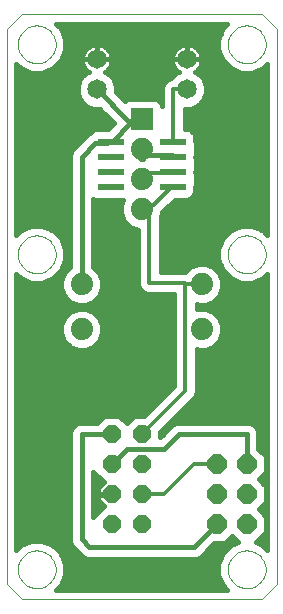
<source format=gbl>
G75*
G70*
%OFA0B0*%
%FSLAX24Y24*%
%IPPOS*%
%LPD*%
%AMOC8*
5,1,8,0,0,1.08239X$1,22.5*
%
%ADD10C,0.0000*%
%ADD11OC8,0.0600*%
%ADD12OC8,0.0640*%
%ADD13C,0.0740*%
%ADD14R,0.0870X0.0240*%
%ADD15C,0.0650*%
%ADD16R,0.0740X0.0740*%
%ADD17C,0.0150*%
%ADD18C,0.0476*%
%ADD19C,0.0120*%
D10*
X001675Y001175D02*
X001175Y001675D01*
X001175Y020175D01*
X001675Y020675D01*
X009675Y020675D01*
X010175Y020175D01*
X010175Y001675D01*
X009675Y001175D01*
X001675Y001175D01*
X001545Y002175D02*
X001547Y002225D01*
X001553Y002275D01*
X001563Y002324D01*
X001577Y002372D01*
X001594Y002419D01*
X001615Y002464D01*
X001640Y002508D01*
X001668Y002549D01*
X001700Y002588D01*
X001734Y002625D01*
X001771Y002659D01*
X001811Y002689D01*
X001853Y002716D01*
X001897Y002740D01*
X001943Y002761D01*
X001990Y002777D01*
X002038Y002790D01*
X002088Y002799D01*
X002137Y002804D01*
X002188Y002805D01*
X002238Y002802D01*
X002287Y002795D01*
X002336Y002784D01*
X002384Y002769D01*
X002430Y002751D01*
X002475Y002729D01*
X002518Y002703D01*
X002559Y002674D01*
X002598Y002642D01*
X002634Y002607D01*
X002666Y002569D01*
X002696Y002529D01*
X002723Y002486D01*
X002746Y002442D01*
X002765Y002396D01*
X002781Y002348D01*
X002793Y002299D01*
X002801Y002250D01*
X002805Y002200D01*
X002805Y002150D01*
X002801Y002100D01*
X002793Y002051D01*
X002781Y002002D01*
X002765Y001954D01*
X002746Y001908D01*
X002723Y001864D01*
X002696Y001821D01*
X002666Y001781D01*
X002634Y001743D01*
X002598Y001708D01*
X002559Y001676D01*
X002518Y001647D01*
X002475Y001621D01*
X002430Y001599D01*
X002384Y001581D01*
X002336Y001566D01*
X002287Y001555D01*
X002238Y001548D01*
X002188Y001545D01*
X002137Y001546D01*
X002088Y001551D01*
X002038Y001560D01*
X001990Y001573D01*
X001943Y001589D01*
X001897Y001610D01*
X001853Y001634D01*
X001811Y001661D01*
X001771Y001691D01*
X001734Y001725D01*
X001700Y001762D01*
X001668Y001801D01*
X001640Y001842D01*
X001615Y001886D01*
X001594Y001931D01*
X001577Y001978D01*
X001563Y002026D01*
X001553Y002075D01*
X001547Y002125D01*
X001545Y002175D01*
X001545Y012675D02*
X001547Y012725D01*
X001553Y012775D01*
X001563Y012824D01*
X001577Y012872D01*
X001594Y012919D01*
X001615Y012964D01*
X001640Y013008D01*
X001668Y013049D01*
X001700Y013088D01*
X001734Y013125D01*
X001771Y013159D01*
X001811Y013189D01*
X001853Y013216D01*
X001897Y013240D01*
X001943Y013261D01*
X001990Y013277D01*
X002038Y013290D01*
X002088Y013299D01*
X002137Y013304D01*
X002188Y013305D01*
X002238Y013302D01*
X002287Y013295D01*
X002336Y013284D01*
X002384Y013269D01*
X002430Y013251D01*
X002475Y013229D01*
X002518Y013203D01*
X002559Y013174D01*
X002598Y013142D01*
X002634Y013107D01*
X002666Y013069D01*
X002696Y013029D01*
X002723Y012986D01*
X002746Y012942D01*
X002765Y012896D01*
X002781Y012848D01*
X002793Y012799D01*
X002801Y012750D01*
X002805Y012700D01*
X002805Y012650D01*
X002801Y012600D01*
X002793Y012551D01*
X002781Y012502D01*
X002765Y012454D01*
X002746Y012408D01*
X002723Y012364D01*
X002696Y012321D01*
X002666Y012281D01*
X002634Y012243D01*
X002598Y012208D01*
X002559Y012176D01*
X002518Y012147D01*
X002475Y012121D01*
X002430Y012099D01*
X002384Y012081D01*
X002336Y012066D01*
X002287Y012055D01*
X002238Y012048D01*
X002188Y012045D01*
X002137Y012046D01*
X002088Y012051D01*
X002038Y012060D01*
X001990Y012073D01*
X001943Y012089D01*
X001897Y012110D01*
X001853Y012134D01*
X001811Y012161D01*
X001771Y012191D01*
X001734Y012225D01*
X001700Y012262D01*
X001668Y012301D01*
X001640Y012342D01*
X001615Y012386D01*
X001594Y012431D01*
X001577Y012478D01*
X001563Y012526D01*
X001553Y012575D01*
X001547Y012625D01*
X001545Y012675D01*
X001545Y019675D02*
X001547Y019725D01*
X001553Y019775D01*
X001563Y019824D01*
X001577Y019872D01*
X001594Y019919D01*
X001615Y019964D01*
X001640Y020008D01*
X001668Y020049D01*
X001700Y020088D01*
X001734Y020125D01*
X001771Y020159D01*
X001811Y020189D01*
X001853Y020216D01*
X001897Y020240D01*
X001943Y020261D01*
X001990Y020277D01*
X002038Y020290D01*
X002088Y020299D01*
X002137Y020304D01*
X002188Y020305D01*
X002238Y020302D01*
X002287Y020295D01*
X002336Y020284D01*
X002384Y020269D01*
X002430Y020251D01*
X002475Y020229D01*
X002518Y020203D01*
X002559Y020174D01*
X002598Y020142D01*
X002634Y020107D01*
X002666Y020069D01*
X002696Y020029D01*
X002723Y019986D01*
X002746Y019942D01*
X002765Y019896D01*
X002781Y019848D01*
X002793Y019799D01*
X002801Y019750D01*
X002805Y019700D01*
X002805Y019650D01*
X002801Y019600D01*
X002793Y019551D01*
X002781Y019502D01*
X002765Y019454D01*
X002746Y019408D01*
X002723Y019364D01*
X002696Y019321D01*
X002666Y019281D01*
X002634Y019243D01*
X002598Y019208D01*
X002559Y019176D01*
X002518Y019147D01*
X002475Y019121D01*
X002430Y019099D01*
X002384Y019081D01*
X002336Y019066D01*
X002287Y019055D01*
X002238Y019048D01*
X002188Y019045D01*
X002137Y019046D01*
X002088Y019051D01*
X002038Y019060D01*
X001990Y019073D01*
X001943Y019089D01*
X001897Y019110D01*
X001853Y019134D01*
X001811Y019161D01*
X001771Y019191D01*
X001734Y019225D01*
X001700Y019262D01*
X001668Y019301D01*
X001640Y019342D01*
X001615Y019386D01*
X001594Y019431D01*
X001577Y019478D01*
X001563Y019526D01*
X001553Y019575D01*
X001547Y019625D01*
X001545Y019675D01*
X008545Y019675D02*
X008547Y019725D01*
X008553Y019775D01*
X008563Y019824D01*
X008577Y019872D01*
X008594Y019919D01*
X008615Y019964D01*
X008640Y020008D01*
X008668Y020049D01*
X008700Y020088D01*
X008734Y020125D01*
X008771Y020159D01*
X008811Y020189D01*
X008853Y020216D01*
X008897Y020240D01*
X008943Y020261D01*
X008990Y020277D01*
X009038Y020290D01*
X009088Y020299D01*
X009137Y020304D01*
X009188Y020305D01*
X009238Y020302D01*
X009287Y020295D01*
X009336Y020284D01*
X009384Y020269D01*
X009430Y020251D01*
X009475Y020229D01*
X009518Y020203D01*
X009559Y020174D01*
X009598Y020142D01*
X009634Y020107D01*
X009666Y020069D01*
X009696Y020029D01*
X009723Y019986D01*
X009746Y019942D01*
X009765Y019896D01*
X009781Y019848D01*
X009793Y019799D01*
X009801Y019750D01*
X009805Y019700D01*
X009805Y019650D01*
X009801Y019600D01*
X009793Y019551D01*
X009781Y019502D01*
X009765Y019454D01*
X009746Y019408D01*
X009723Y019364D01*
X009696Y019321D01*
X009666Y019281D01*
X009634Y019243D01*
X009598Y019208D01*
X009559Y019176D01*
X009518Y019147D01*
X009475Y019121D01*
X009430Y019099D01*
X009384Y019081D01*
X009336Y019066D01*
X009287Y019055D01*
X009238Y019048D01*
X009188Y019045D01*
X009137Y019046D01*
X009088Y019051D01*
X009038Y019060D01*
X008990Y019073D01*
X008943Y019089D01*
X008897Y019110D01*
X008853Y019134D01*
X008811Y019161D01*
X008771Y019191D01*
X008734Y019225D01*
X008700Y019262D01*
X008668Y019301D01*
X008640Y019342D01*
X008615Y019386D01*
X008594Y019431D01*
X008577Y019478D01*
X008563Y019526D01*
X008553Y019575D01*
X008547Y019625D01*
X008545Y019675D01*
X008545Y012675D02*
X008547Y012725D01*
X008553Y012775D01*
X008563Y012824D01*
X008577Y012872D01*
X008594Y012919D01*
X008615Y012964D01*
X008640Y013008D01*
X008668Y013049D01*
X008700Y013088D01*
X008734Y013125D01*
X008771Y013159D01*
X008811Y013189D01*
X008853Y013216D01*
X008897Y013240D01*
X008943Y013261D01*
X008990Y013277D01*
X009038Y013290D01*
X009088Y013299D01*
X009137Y013304D01*
X009188Y013305D01*
X009238Y013302D01*
X009287Y013295D01*
X009336Y013284D01*
X009384Y013269D01*
X009430Y013251D01*
X009475Y013229D01*
X009518Y013203D01*
X009559Y013174D01*
X009598Y013142D01*
X009634Y013107D01*
X009666Y013069D01*
X009696Y013029D01*
X009723Y012986D01*
X009746Y012942D01*
X009765Y012896D01*
X009781Y012848D01*
X009793Y012799D01*
X009801Y012750D01*
X009805Y012700D01*
X009805Y012650D01*
X009801Y012600D01*
X009793Y012551D01*
X009781Y012502D01*
X009765Y012454D01*
X009746Y012408D01*
X009723Y012364D01*
X009696Y012321D01*
X009666Y012281D01*
X009634Y012243D01*
X009598Y012208D01*
X009559Y012176D01*
X009518Y012147D01*
X009475Y012121D01*
X009430Y012099D01*
X009384Y012081D01*
X009336Y012066D01*
X009287Y012055D01*
X009238Y012048D01*
X009188Y012045D01*
X009137Y012046D01*
X009088Y012051D01*
X009038Y012060D01*
X008990Y012073D01*
X008943Y012089D01*
X008897Y012110D01*
X008853Y012134D01*
X008811Y012161D01*
X008771Y012191D01*
X008734Y012225D01*
X008700Y012262D01*
X008668Y012301D01*
X008640Y012342D01*
X008615Y012386D01*
X008594Y012431D01*
X008577Y012478D01*
X008563Y012526D01*
X008553Y012575D01*
X008547Y012625D01*
X008545Y012675D01*
X008545Y002175D02*
X008547Y002225D01*
X008553Y002275D01*
X008563Y002324D01*
X008577Y002372D01*
X008594Y002419D01*
X008615Y002464D01*
X008640Y002508D01*
X008668Y002549D01*
X008700Y002588D01*
X008734Y002625D01*
X008771Y002659D01*
X008811Y002689D01*
X008853Y002716D01*
X008897Y002740D01*
X008943Y002761D01*
X008990Y002777D01*
X009038Y002790D01*
X009088Y002799D01*
X009137Y002804D01*
X009188Y002805D01*
X009238Y002802D01*
X009287Y002795D01*
X009336Y002784D01*
X009384Y002769D01*
X009430Y002751D01*
X009475Y002729D01*
X009518Y002703D01*
X009559Y002674D01*
X009598Y002642D01*
X009634Y002607D01*
X009666Y002569D01*
X009696Y002529D01*
X009723Y002486D01*
X009746Y002442D01*
X009765Y002396D01*
X009781Y002348D01*
X009793Y002299D01*
X009801Y002250D01*
X009805Y002200D01*
X009805Y002150D01*
X009801Y002100D01*
X009793Y002051D01*
X009781Y002002D01*
X009765Y001954D01*
X009746Y001908D01*
X009723Y001864D01*
X009696Y001821D01*
X009666Y001781D01*
X009634Y001743D01*
X009598Y001708D01*
X009559Y001676D01*
X009518Y001647D01*
X009475Y001621D01*
X009430Y001599D01*
X009384Y001581D01*
X009336Y001566D01*
X009287Y001555D01*
X009238Y001548D01*
X009188Y001545D01*
X009137Y001546D01*
X009088Y001551D01*
X009038Y001560D01*
X008990Y001573D01*
X008943Y001589D01*
X008897Y001610D01*
X008853Y001634D01*
X008811Y001661D01*
X008771Y001691D01*
X008734Y001725D01*
X008700Y001762D01*
X008668Y001801D01*
X008640Y001842D01*
X008615Y001886D01*
X008594Y001931D01*
X008577Y001978D01*
X008563Y002026D01*
X008553Y002075D01*
X008547Y002125D01*
X008545Y002175D01*
D11*
X005675Y003675D03*
X005675Y004675D03*
X005675Y005675D03*
X005675Y006675D03*
X004675Y006675D03*
X004675Y005675D03*
X004675Y004675D03*
X004675Y003675D03*
D12*
X008175Y003675D03*
X008175Y004675D03*
X008175Y005675D03*
X009175Y005675D03*
X009175Y004675D03*
X009175Y003675D03*
D13*
X007675Y010175D03*
X007675Y011675D03*
X005675Y014175D03*
X005675Y015175D03*
X005675Y016175D03*
X003675Y011675D03*
X003675Y010175D03*
D14*
X004645Y014925D03*
X004645Y015425D03*
X004645Y015925D03*
X004645Y016425D03*
X006705Y016425D03*
X006705Y015925D03*
X006705Y015425D03*
X006705Y014925D03*
D15*
X007175Y018175D03*
X007175Y019175D03*
X004175Y019175D03*
X004175Y018175D03*
D16*
X005675Y017175D03*
D17*
X005425Y017175D01*
X005325Y017075D01*
X005275Y017125D01*
X005225Y017125D01*
X004175Y018175D01*
X003903Y018755D02*
X003812Y018718D01*
X003632Y018538D01*
X003535Y018302D01*
X003535Y018048D01*
X003632Y017812D01*
X003812Y017632D01*
X004048Y017535D01*
X004263Y017535D01*
X004748Y017050D01*
X004558Y016860D01*
X004147Y016860D01*
X004032Y016812D01*
X003943Y016723D01*
X003942Y016721D01*
X003904Y016706D01*
X003454Y016256D01*
X003344Y016146D01*
X003285Y016003D01*
X003285Y012254D01*
X003094Y012063D01*
X002990Y011811D01*
X002990Y011539D01*
X003094Y011287D01*
X003287Y011094D01*
X003539Y010990D01*
X003811Y010990D01*
X004063Y011094D01*
X004256Y011287D01*
X004360Y011539D01*
X004360Y011811D01*
X004256Y012063D01*
X004065Y012254D01*
X004065Y014524D01*
X004147Y014490D01*
X005064Y014490D01*
X004990Y014311D01*
X004990Y014039D01*
X005094Y013787D01*
X005287Y013594D01*
X005539Y013490D01*
X005550Y013490D01*
X005550Y011650D01*
X005607Y011513D01*
X005713Y011407D01*
X005850Y011350D01*
X006750Y011350D01*
X006750Y008280D01*
X005760Y007290D01*
X005420Y007290D01*
X005175Y007045D01*
X004930Y007290D01*
X004420Y007290D01*
X004195Y007065D01*
X003597Y007065D01*
X003454Y007006D01*
X003344Y006896D01*
X003285Y006753D01*
X003285Y003097D01*
X003344Y002954D01*
X003594Y002704D01*
X003704Y002594D01*
X003847Y002535D01*
X007503Y002535D01*
X007646Y002594D01*
X008092Y003040D01*
X008438Y003040D01*
X008675Y003277D01*
X008877Y003075D01*
X008640Y002976D01*
X008374Y002710D01*
X008230Y002363D01*
X008230Y001987D01*
X008374Y001640D01*
X008524Y001490D01*
X002826Y001490D01*
X002976Y001640D01*
X003120Y001987D01*
X003120Y002363D01*
X002976Y002710D01*
X002710Y002976D01*
X002363Y003120D01*
X001987Y003120D01*
X001640Y002976D01*
X001490Y002826D01*
X001490Y012024D01*
X001640Y011874D01*
X001987Y011730D01*
X002363Y011730D01*
X002710Y011874D01*
X002976Y012140D01*
X003120Y012487D01*
X003120Y012863D01*
X002976Y013210D01*
X002710Y013476D01*
X002363Y013620D01*
X001987Y013620D01*
X001640Y013476D01*
X001490Y013326D01*
X001490Y019024D01*
X001640Y018874D01*
X001987Y018730D01*
X002363Y018730D01*
X002710Y018874D01*
X002976Y019140D01*
X003120Y019487D01*
X003120Y019863D01*
X002976Y020210D01*
X002826Y020360D01*
X008524Y020360D01*
X008374Y020210D01*
X008230Y019863D01*
X008230Y019487D01*
X008374Y019140D01*
X008640Y018874D01*
X008987Y018730D01*
X009363Y018730D01*
X009710Y018874D01*
X009860Y019024D01*
X009860Y013326D01*
X009710Y013476D01*
X009363Y013620D01*
X008987Y013620D01*
X008640Y013476D01*
X008374Y013210D01*
X008230Y012863D01*
X008230Y012487D01*
X008374Y012140D01*
X008640Y011874D01*
X008987Y011730D01*
X009363Y011730D01*
X009710Y011874D01*
X009860Y012024D01*
X009860Y002826D01*
X009710Y002976D01*
X009473Y003075D01*
X009810Y003412D01*
X009810Y003938D01*
X009573Y004175D01*
X009810Y004412D01*
X009810Y004938D01*
X009573Y005175D01*
X009810Y005412D01*
X009810Y005938D01*
X009565Y006183D01*
X009565Y006753D01*
X009506Y006896D01*
X009396Y007006D01*
X009253Y007065D01*
X006847Y007065D01*
X006704Y007006D01*
X006290Y006592D01*
X006290Y006760D01*
X007337Y007807D01*
X007443Y007913D01*
X007500Y008050D01*
X007500Y009506D01*
X007539Y009490D01*
X007811Y009490D01*
X008063Y009594D01*
X008256Y009787D01*
X008360Y010039D01*
X008360Y010311D01*
X008256Y010563D01*
X008063Y010756D01*
X007811Y010860D01*
X007539Y010860D01*
X007500Y010844D01*
X007500Y011006D01*
X007539Y010990D01*
X007811Y010990D01*
X008063Y011094D01*
X008256Y011287D01*
X008360Y011539D01*
X008360Y011811D01*
X008256Y012063D01*
X008063Y012256D01*
X007811Y012360D01*
X007539Y012360D01*
X007287Y012256D01*
X007131Y012100D01*
X006300Y012100D01*
X006300Y013894D01*
X006360Y014039D01*
X006360Y014080D01*
X006770Y014490D01*
X007203Y014490D01*
X007318Y014538D01*
X007407Y014627D01*
X007455Y014742D01*
X007455Y014908D01*
X007490Y014992D01*
X007490Y015358D01*
X007462Y015425D01*
X007490Y015492D01*
X007490Y015858D01*
X007462Y015925D01*
X007490Y015992D01*
X007490Y016358D01*
X007455Y016442D01*
X007455Y016608D01*
X007407Y016723D01*
X007318Y016812D01*
X007203Y016860D01*
X007100Y016860D01*
X007100Y017535D01*
X007302Y017535D01*
X007538Y017632D01*
X007718Y017812D01*
X007815Y018048D01*
X007815Y018302D01*
X007718Y018538D01*
X007538Y018718D01*
X007447Y018755D01*
X007501Y018794D01*
X007556Y018849D01*
X007603Y018913D01*
X007638Y018983D01*
X007663Y019058D01*
X007675Y019136D01*
X007675Y019175D01*
X007675Y019214D01*
X007663Y019292D01*
X008311Y019292D01*
X008372Y019144D02*
X007675Y019144D01*
X007675Y019175D02*
X007175Y019175D01*
X007675Y019175D01*
X007663Y019292D02*
X007638Y019367D01*
X007603Y019437D01*
X007556Y019501D01*
X007501Y019556D01*
X007437Y019603D01*
X007367Y019638D01*
X007292Y019663D01*
X007214Y019675D01*
X007175Y019675D01*
X007175Y019175D01*
X007175Y019175D01*
X007175Y019175D01*
X007175Y019175D01*
X006675Y019175D01*
X006675Y019214D01*
X006687Y019292D01*
X004663Y019292D01*
X004638Y019367D01*
X004603Y019437D01*
X004556Y019501D01*
X004501Y019556D01*
X004437Y019603D01*
X004367Y019638D01*
X004292Y019663D01*
X004214Y019675D01*
X004175Y019675D01*
X004175Y019175D01*
X004175Y019175D01*
X004675Y019175D01*
X004675Y019214D01*
X004663Y019292D01*
X004675Y019175D02*
X004175Y019175D01*
X004175Y019175D01*
X004175Y019175D01*
X003675Y019175D01*
X003675Y019214D01*
X003687Y019292D01*
X003039Y019292D01*
X002978Y019144D02*
X003675Y019144D01*
X003675Y019136D02*
X003687Y019058D01*
X003712Y018983D01*
X003747Y018913D01*
X003794Y018849D01*
X003849Y018794D01*
X003903Y018755D01*
X003793Y018698D02*
X001490Y018698D01*
X001490Y018550D02*
X003644Y018550D01*
X003576Y018401D02*
X001490Y018401D01*
X001490Y018253D02*
X003535Y018253D01*
X003535Y018104D02*
X001490Y018104D01*
X001490Y017956D02*
X003573Y017956D01*
X003638Y017807D02*
X001490Y017807D01*
X001490Y017659D02*
X003786Y017659D01*
X004288Y017510D02*
X001490Y017510D01*
X001490Y017362D02*
X004437Y017362D01*
X004585Y017213D02*
X001490Y017213D01*
X001490Y017065D02*
X004734Y017065D01*
X004614Y016916D02*
X001490Y016916D01*
X001490Y016768D02*
X003987Y016768D01*
X003817Y016619D02*
X001490Y016619D01*
X001490Y016471D02*
X003669Y016471D01*
X003520Y016322D02*
X001490Y016322D01*
X001490Y016174D02*
X003372Y016174D01*
X003454Y016256D02*
X003454Y016256D01*
X003294Y016025D02*
X001490Y016025D01*
X001490Y015877D02*
X003285Y015877D01*
X003285Y015728D02*
X001490Y015728D01*
X001490Y015580D02*
X003285Y015580D01*
X003285Y015431D02*
X001490Y015431D01*
X001490Y015283D02*
X003285Y015283D01*
X003285Y015134D02*
X001490Y015134D01*
X001490Y014986D02*
X003285Y014986D01*
X003285Y014837D02*
X001490Y014837D01*
X001490Y014689D02*
X003285Y014689D01*
X003285Y014540D02*
X001490Y014540D01*
X001490Y014392D02*
X003285Y014392D01*
X003285Y014243D02*
X001490Y014243D01*
X001490Y014095D02*
X003285Y014095D01*
X003285Y013946D02*
X001490Y013946D01*
X001490Y013798D02*
X003285Y013798D01*
X003285Y013649D02*
X001490Y013649D01*
X001490Y013501D02*
X001699Y013501D01*
X001516Y013352D02*
X001490Y013352D01*
X001490Y012016D02*
X001498Y012016D01*
X001490Y011867D02*
X001656Y011867D01*
X001490Y011719D02*
X002990Y011719D01*
X002990Y011570D02*
X001490Y011570D01*
X001490Y011422D02*
X003039Y011422D01*
X003108Y011273D02*
X001490Y011273D01*
X001490Y011125D02*
X003257Y011125D01*
X003287Y010756D02*
X003094Y010563D01*
X002990Y010311D01*
X002990Y010039D01*
X003094Y009787D01*
X003287Y009594D01*
X003539Y009490D01*
X003811Y009490D01*
X004063Y009594D01*
X004256Y009787D01*
X004360Y010039D01*
X004360Y010311D01*
X004256Y010563D01*
X004063Y010756D01*
X003811Y010860D01*
X003539Y010860D01*
X003287Y010756D01*
X003210Y010679D02*
X001490Y010679D01*
X001490Y010531D02*
X003081Y010531D01*
X003019Y010382D02*
X001490Y010382D01*
X001490Y010234D02*
X002990Y010234D01*
X002990Y010085D02*
X001490Y010085D01*
X001490Y009937D02*
X003032Y009937D01*
X003094Y009788D02*
X001490Y009788D01*
X001490Y009640D02*
X003242Y009640D01*
X003536Y009491D02*
X001490Y009491D01*
X001490Y009343D02*
X006750Y009343D01*
X006750Y009491D02*
X003814Y009491D01*
X004108Y009640D02*
X006750Y009640D01*
X006750Y009788D02*
X004256Y009788D01*
X004318Y009937D02*
X006750Y009937D01*
X006750Y010085D02*
X004360Y010085D01*
X004360Y010234D02*
X006750Y010234D01*
X006750Y010382D02*
X004331Y010382D01*
X004269Y010531D02*
X006750Y010531D01*
X006750Y010679D02*
X004140Y010679D01*
X003890Y010828D02*
X006750Y010828D01*
X006750Y010976D02*
X001490Y010976D01*
X001490Y010828D02*
X003460Y010828D01*
X003675Y011675D02*
X003675Y015925D01*
X004125Y016375D01*
X004525Y016375D01*
X004575Y016425D01*
X004645Y016425D01*
X004675Y016425D01*
X005325Y017075D01*
X005650Y016490D02*
X005650Y016200D01*
X005700Y016200D01*
X005960Y016200D01*
X005960Y016150D01*
X005700Y016150D01*
X005700Y016200D01*
X005700Y016490D01*
X005650Y016490D01*
X005650Y016471D02*
X005700Y016471D01*
X005700Y016322D02*
X005650Y016322D01*
X005650Y016200D02*
X005650Y016150D01*
X005390Y016150D01*
X005390Y016200D01*
X005650Y016200D01*
X005650Y016174D02*
X005390Y016174D01*
X005650Y016150D02*
X005650Y015860D01*
X005700Y015860D01*
X005700Y016150D01*
X005650Y016150D01*
X005675Y016175D02*
X005875Y015975D01*
X006675Y015975D01*
X006705Y015925D01*
X006725Y015925D01*
X007363Y016768D02*
X009860Y016768D01*
X009860Y016916D02*
X007100Y016916D01*
X007100Y017065D02*
X009860Y017065D01*
X009860Y017213D02*
X007100Y017213D01*
X007100Y017362D02*
X009860Y017362D01*
X009860Y017510D02*
X007100Y017510D01*
X007564Y017659D02*
X009860Y017659D01*
X009860Y017807D02*
X007712Y017807D01*
X007777Y017956D02*
X009860Y017956D01*
X009860Y018104D02*
X007815Y018104D01*
X007815Y018253D02*
X009860Y018253D01*
X009860Y018401D02*
X007774Y018401D01*
X007706Y018550D02*
X009860Y018550D01*
X009860Y018698D02*
X007557Y018698D01*
X007554Y018847D02*
X008706Y018847D01*
X008519Y018995D02*
X007642Y018995D01*
X007600Y019441D02*
X008249Y019441D01*
X008230Y019589D02*
X007456Y019589D01*
X007175Y019589D02*
X007175Y019589D01*
X007175Y019675D02*
X007136Y019675D01*
X007058Y019663D01*
X006983Y019638D01*
X006913Y019603D01*
X006849Y019556D01*
X006794Y019501D01*
X006747Y019437D01*
X006712Y019367D01*
X006687Y019292D01*
X006675Y019175D02*
X006675Y019136D01*
X006687Y019058D01*
X006712Y018983D01*
X006747Y018913D01*
X006794Y018849D01*
X006849Y018794D01*
X006903Y018755D01*
X006812Y018718D01*
X006641Y018546D01*
X006513Y018493D01*
X006407Y018387D01*
X006350Y018250D01*
X006350Y017632D01*
X006312Y017723D01*
X006223Y017812D01*
X006108Y017860D01*
X005242Y017860D01*
X005127Y017812D01*
X005108Y017794D01*
X004815Y018087D01*
X004815Y018302D01*
X004718Y018538D01*
X004538Y018718D01*
X004447Y018755D01*
X004501Y018794D01*
X004556Y018849D01*
X004603Y018913D01*
X004638Y018983D01*
X004663Y019058D01*
X004675Y019136D01*
X004675Y019175D01*
X004675Y019144D02*
X006675Y019144D01*
X006675Y019175D02*
X007175Y019175D01*
X007175Y019675D01*
X007175Y019441D02*
X007175Y019441D01*
X007175Y019292D02*
X007175Y019292D01*
X006894Y019589D02*
X004456Y019589D01*
X004600Y019441D02*
X006750Y019441D01*
X006708Y018995D02*
X004642Y018995D01*
X004554Y018847D02*
X006796Y018847D01*
X006793Y018698D02*
X004557Y018698D01*
X004706Y018550D02*
X006644Y018550D01*
X006421Y018401D02*
X004774Y018401D01*
X004815Y018253D02*
X006351Y018253D01*
X006350Y018104D02*
X004815Y018104D01*
X004946Y017956D02*
X006350Y017956D01*
X006350Y017807D02*
X006228Y017807D01*
X006339Y017659D02*
X006350Y017659D01*
X005960Y016174D02*
X005700Y016174D01*
X005700Y016025D02*
X005650Y016025D01*
X005650Y015877D02*
X005700Y015877D01*
X005023Y014392D02*
X004065Y014392D01*
X004065Y014243D02*
X004990Y014243D01*
X004990Y014095D02*
X004065Y014095D01*
X004065Y013946D02*
X005028Y013946D01*
X005090Y013798D02*
X004065Y013798D01*
X004065Y013649D02*
X005232Y013649D01*
X005513Y013501D02*
X004065Y013501D01*
X004065Y013352D02*
X005550Y013352D01*
X005550Y013204D02*
X004065Y013204D01*
X004065Y013055D02*
X005550Y013055D01*
X005550Y012907D02*
X004065Y012907D01*
X004065Y012758D02*
X005550Y012758D01*
X005550Y012610D02*
X004065Y012610D01*
X004065Y012461D02*
X005550Y012461D01*
X005550Y012313D02*
X004065Y012313D01*
X004155Y012164D02*
X005550Y012164D01*
X005550Y012016D02*
X004275Y012016D01*
X004337Y011867D02*
X005550Y011867D01*
X005550Y011719D02*
X004360Y011719D01*
X004360Y011570D02*
X005583Y011570D01*
X005698Y011422D02*
X004311Y011422D01*
X004242Y011273D02*
X006750Y011273D01*
X006750Y011125D02*
X004093Y011125D01*
X003195Y012164D02*
X002986Y012164D01*
X003048Y012313D02*
X003285Y012313D01*
X003285Y012461D02*
X003109Y012461D01*
X003120Y012610D02*
X003285Y012610D01*
X003285Y012758D02*
X003120Y012758D01*
X003102Y012907D02*
X003285Y012907D01*
X003285Y013055D02*
X003040Y013055D01*
X002979Y013204D02*
X003285Y013204D01*
X003285Y013352D02*
X002834Y013352D01*
X002651Y013501D02*
X003285Y013501D01*
X003075Y012016D02*
X002852Y012016D01*
X002694Y011867D02*
X003013Y011867D01*
X001490Y009194D02*
X006750Y009194D01*
X006750Y009046D02*
X001490Y009046D01*
X001490Y008897D02*
X006750Y008897D01*
X006750Y008749D02*
X001490Y008749D01*
X001490Y008600D02*
X006750Y008600D01*
X006750Y008452D02*
X001490Y008452D01*
X001490Y008303D02*
X006750Y008303D01*
X006624Y008155D02*
X001490Y008155D01*
X001490Y008006D02*
X006476Y008006D01*
X006327Y007858D02*
X001490Y007858D01*
X001490Y007709D02*
X006179Y007709D01*
X006030Y007561D02*
X001490Y007561D01*
X001490Y007412D02*
X005882Y007412D01*
X005394Y007264D02*
X004956Y007264D01*
X005105Y007115D02*
X005245Y007115D01*
X005175Y006175D02*
X004675Y005675D01*
X004404Y005076D02*
X004065Y005415D01*
X004065Y003935D01*
X004404Y004274D01*
X004200Y004478D01*
X004200Y004660D01*
X004660Y004660D01*
X004660Y004690D01*
X004200Y004690D01*
X004200Y004872D01*
X004404Y005076D01*
X004364Y005036D02*
X004065Y005036D01*
X004065Y004888D02*
X004216Y004888D01*
X004200Y004739D02*
X004065Y004739D01*
X004065Y004591D02*
X004200Y004591D01*
X004236Y004442D02*
X004065Y004442D01*
X004065Y004294D02*
X004385Y004294D01*
X004275Y004145D02*
X004065Y004145D01*
X004065Y003997D02*
X004127Y003997D01*
X003675Y003175D02*
X003925Y002925D01*
X007425Y002925D01*
X008175Y003675D01*
X008504Y003106D02*
X008846Y003106D01*
X008698Y003254D02*
X008652Y003254D01*
X008621Y002957D02*
X008009Y002957D01*
X007860Y002809D02*
X008472Y002809D01*
X008353Y002660D02*
X007712Y002660D01*
X008230Y002363D02*
X003120Y002363D01*
X003120Y002215D02*
X008230Y002215D01*
X008230Y002066D02*
X003120Y002066D01*
X003091Y001918D02*
X008259Y001918D01*
X008320Y001769D02*
X003030Y001769D01*
X002957Y001621D02*
X008393Y001621D01*
X008292Y002512D02*
X003058Y002512D01*
X002997Y002660D02*
X003638Y002660D01*
X003490Y002809D02*
X002878Y002809D01*
X002729Y002957D02*
X003343Y002957D01*
X003285Y003106D02*
X002398Y003106D01*
X001952Y003106D02*
X001490Y003106D01*
X001490Y003254D02*
X003285Y003254D01*
X003285Y003403D02*
X001490Y003403D01*
X001490Y003551D02*
X003285Y003551D01*
X003285Y003700D02*
X001490Y003700D01*
X001490Y003848D02*
X003285Y003848D01*
X003285Y003997D02*
X001490Y003997D01*
X001490Y004145D02*
X003285Y004145D01*
X003285Y004294D02*
X001490Y004294D01*
X001490Y004442D02*
X003285Y004442D01*
X003285Y004591D02*
X001490Y004591D01*
X001490Y004739D02*
X003285Y004739D01*
X003285Y004888D02*
X001490Y004888D01*
X001490Y005036D02*
X003285Y005036D01*
X003285Y005185D02*
X001490Y005185D01*
X001490Y005333D02*
X003285Y005333D01*
X003285Y005482D02*
X001490Y005482D01*
X001490Y005630D02*
X003285Y005630D01*
X003285Y005779D02*
X001490Y005779D01*
X001490Y005927D02*
X003285Y005927D01*
X003285Y006076D02*
X001490Y006076D01*
X001490Y006224D02*
X003285Y006224D01*
X003285Y006373D02*
X001490Y006373D01*
X001490Y006521D02*
X003285Y006521D01*
X003285Y006670D02*
X001490Y006670D01*
X001490Y006818D02*
X003312Y006818D01*
X003415Y006967D02*
X001490Y006967D01*
X001490Y007115D02*
X004245Y007115D01*
X004394Y007264D02*
X001490Y007264D01*
X003675Y006675D02*
X003675Y003175D01*
X004065Y005185D02*
X004296Y005185D01*
X004147Y005333D02*
X004065Y005333D01*
X003675Y006675D02*
X004675Y006675D01*
X005175Y006175D02*
X006425Y006175D01*
X006925Y006675D01*
X009175Y006675D01*
X009175Y005675D01*
X009583Y005185D02*
X009860Y005185D01*
X009860Y005333D02*
X009731Y005333D01*
X009810Y005482D02*
X009860Y005482D01*
X009860Y005630D02*
X009810Y005630D01*
X009810Y005779D02*
X009860Y005779D01*
X009860Y005927D02*
X009810Y005927D01*
X009860Y006076D02*
X009673Y006076D01*
X009565Y006224D02*
X009860Y006224D01*
X009860Y006373D02*
X009565Y006373D01*
X009565Y006521D02*
X009860Y006521D01*
X009860Y006670D02*
X009565Y006670D01*
X009538Y006818D02*
X009860Y006818D01*
X009860Y006967D02*
X009435Y006967D01*
X009860Y007115D02*
X006645Y007115D01*
X006665Y006967D02*
X006497Y006967D01*
X006516Y006818D02*
X006348Y006818D01*
X006368Y006670D02*
X006290Y006670D01*
X006794Y007264D02*
X009860Y007264D01*
X009860Y007412D02*
X006942Y007412D01*
X007091Y007561D02*
X009860Y007561D01*
X009860Y007709D02*
X007239Y007709D01*
X007388Y007858D02*
X009860Y007858D01*
X009860Y008006D02*
X007482Y008006D01*
X007500Y008155D02*
X009860Y008155D01*
X009860Y008303D02*
X007500Y008303D01*
X007500Y008452D02*
X009860Y008452D01*
X009860Y008600D02*
X007500Y008600D01*
X007500Y008749D02*
X009860Y008749D01*
X009860Y008897D02*
X007500Y008897D01*
X007500Y009046D02*
X009860Y009046D01*
X009860Y009194D02*
X007500Y009194D01*
X007500Y009343D02*
X009860Y009343D01*
X009860Y009491D02*
X007814Y009491D01*
X007536Y009491D02*
X007500Y009491D01*
X008108Y009640D02*
X009860Y009640D01*
X009860Y009788D02*
X008256Y009788D01*
X008318Y009937D02*
X009860Y009937D01*
X009860Y010085D02*
X008360Y010085D01*
X008360Y010234D02*
X009860Y010234D01*
X009860Y010382D02*
X008331Y010382D01*
X008269Y010531D02*
X009860Y010531D01*
X009860Y010679D02*
X008140Y010679D01*
X007890Y010828D02*
X009860Y010828D01*
X009860Y010976D02*
X007500Y010976D01*
X008093Y011125D02*
X009860Y011125D01*
X009860Y011273D02*
X008242Y011273D01*
X008311Y011422D02*
X009860Y011422D01*
X009860Y011570D02*
X008360Y011570D01*
X008360Y011719D02*
X009860Y011719D01*
X009860Y011867D02*
X009694Y011867D01*
X009852Y012016D02*
X009860Y012016D01*
X009834Y013352D02*
X009860Y013352D01*
X009860Y013501D02*
X009651Y013501D01*
X009860Y013649D02*
X006300Y013649D01*
X006300Y013501D02*
X008699Y013501D01*
X008516Y013352D02*
X006300Y013352D01*
X006300Y013204D02*
X008371Y013204D01*
X008310Y013055D02*
X006300Y013055D01*
X006300Y012907D02*
X008248Y012907D01*
X008230Y012758D02*
X006300Y012758D01*
X006300Y012610D02*
X008230Y012610D01*
X008241Y012461D02*
X006300Y012461D01*
X006300Y012313D02*
X007424Y012313D01*
X007195Y012164D02*
X006300Y012164D01*
X006300Y013798D02*
X009860Y013798D01*
X009860Y013946D02*
X006322Y013946D01*
X006375Y014095D02*
X009860Y014095D01*
X009860Y014243D02*
X006523Y014243D01*
X006672Y014392D02*
X009860Y014392D01*
X009860Y014540D02*
X007320Y014540D01*
X007433Y014689D02*
X009860Y014689D01*
X009860Y014837D02*
X007455Y014837D01*
X007487Y014986D02*
X009860Y014986D01*
X009860Y015134D02*
X007490Y015134D01*
X007490Y015283D02*
X009860Y015283D01*
X009860Y015431D02*
X007465Y015431D01*
X007490Y015580D02*
X009860Y015580D01*
X009860Y015728D02*
X007490Y015728D01*
X007482Y015877D02*
X009860Y015877D01*
X009860Y016025D02*
X007490Y016025D01*
X007490Y016174D02*
X009860Y016174D01*
X009860Y016322D02*
X007490Y016322D01*
X007455Y016471D02*
X009860Y016471D01*
X009860Y016619D02*
X007450Y016619D01*
X008230Y019738D02*
X003120Y019738D01*
X003110Y019886D02*
X008240Y019886D01*
X008301Y020035D02*
X003049Y020035D01*
X002987Y020183D02*
X008363Y020183D01*
X008495Y020332D02*
X002855Y020332D01*
X003120Y019589D02*
X003894Y019589D01*
X003913Y019603D02*
X003849Y019556D01*
X003794Y019501D01*
X003747Y019437D01*
X003712Y019367D01*
X003687Y019292D01*
X003675Y019175D02*
X003675Y019136D01*
X003675Y019175D02*
X004175Y019175D01*
X004175Y019675D01*
X004136Y019675D01*
X004058Y019663D01*
X003983Y019638D01*
X003913Y019603D01*
X003750Y019441D02*
X003101Y019441D01*
X002831Y018995D02*
X003708Y018995D01*
X003796Y018847D02*
X002644Y018847D01*
X001706Y018847D02*
X001490Y018847D01*
X001490Y018995D02*
X001519Y018995D01*
X004175Y019292D02*
X004175Y019292D01*
X004175Y019441D02*
X004175Y019441D01*
X004175Y019589D02*
X004175Y019589D01*
X005095Y017807D02*
X005122Y017807D01*
X007926Y012313D02*
X008302Y012313D01*
X008364Y012164D02*
X008155Y012164D01*
X008275Y012016D02*
X008498Y012016D01*
X008656Y011867D02*
X008337Y011867D01*
X009712Y005036D02*
X009860Y005036D01*
X009860Y004888D02*
X009810Y004888D01*
X009810Y004739D02*
X009860Y004739D01*
X009860Y004591D02*
X009810Y004591D01*
X009810Y004442D02*
X009860Y004442D01*
X009860Y004294D02*
X009692Y004294D01*
X009603Y004145D02*
X009860Y004145D01*
X009860Y003997D02*
X009752Y003997D01*
X009810Y003848D02*
X009860Y003848D01*
X009860Y003700D02*
X009810Y003700D01*
X009810Y003551D02*
X009860Y003551D01*
X009860Y003403D02*
X009801Y003403D01*
X009860Y003254D02*
X009652Y003254D01*
X009504Y003106D02*
X009860Y003106D01*
X009860Y002957D02*
X009729Y002957D01*
X001621Y002957D02*
X001490Y002957D01*
X009644Y018847D02*
X009860Y018847D01*
X009860Y018995D02*
X009831Y018995D01*
D18*
X008925Y016675D03*
X007675Y019925D03*
X003675Y019925D03*
X002425Y016675D03*
X002425Y009925D03*
X005175Y009175D03*
X008925Y010925D03*
D19*
X007675Y011675D02*
X007125Y011675D01*
X007125Y011725D01*
X005925Y011725D01*
X005925Y014125D01*
X005675Y014175D01*
X005925Y014175D01*
X006675Y014925D01*
X006705Y014925D01*
X006625Y015375D02*
X005875Y015375D01*
X005675Y015175D01*
X006625Y015375D02*
X006675Y015425D01*
X006705Y015425D01*
X006725Y016425D02*
X006705Y016425D01*
X006725Y016425D02*
X006725Y018175D01*
X007175Y018175D01*
X007125Y011675D02*
X007125Y008125D01*
X005675Y006675D01*
X005675Y004675D02*
X006425Y004675D01*
X007425Y005675D01*
X008175Y005675D01*
M02*

</source>
